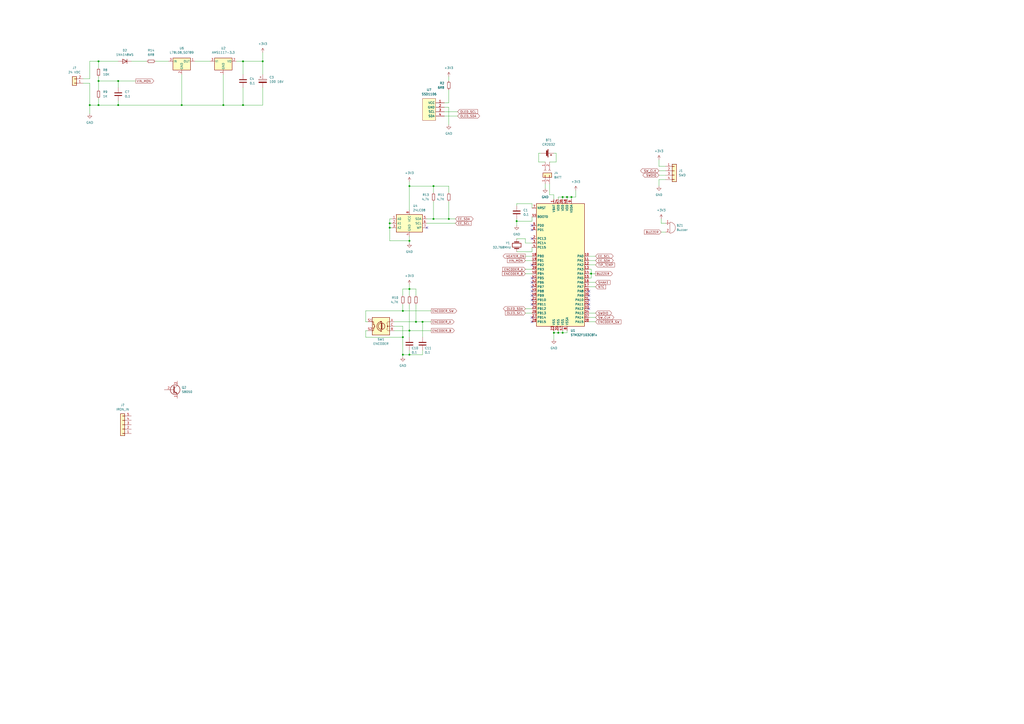
<source format=kicad_sch>
(kicad_sch (version 20211123) (generator eeschema)
  (paper "A2")
  (lib_symbols
    (symbol "Connector:Conn_01x02_Female" (pin_names (offset 1.016) hide)
      (property "Reference" "J" (at 0 2.54 0))
      (property "Value" "Conn_01x02_Female" (at 0 -5.08 0))
      (symbol "Conn_01x02_Female_1_1"
        (arc (start 0 -2.032) (mid -0.508 -2.54) (end 0 -3.048) (stroke (width 0.1524)))
        (polyline (pts (xy -1.27 -2.54) (xy -0.508 -2.54)) (stroke (width 0.1524)))
        (polyline (pts (xy -1.27 0) (xy -0.508 0)) (stroke (width 0.1524)))
        (arc (start 0 0.508) (mid -0.508 0) (end 0 -0.508) (stroke (width 0.1524)))
        (pin passive line (at -5.08 0 0) (length 3.81) (name "Pin_1") (number "1"))
        (pin passive line (at -5.08 -2.54 0) (length 3.81) (name "Pin_2") (number "2"))
      )
    )
    (symbol "Connector_Generic:Conn_01x02" (pin_names (offset 1.016) hide)
      (property "Reference" "J" (at 0 2.54 0))
      (property "Value" "Conn_01x02" (at 0 -5.08 0))
      (symbol "Conn_01x02_1_1"
        (rectangle (start -1.27 -2.413) (end 0 -2.667) (stroke (width 0.1524)))
        (rectangle (start -1.27 0.127) (end 0 -0.127) (stroke (width 0.1524)))
        (rectangle (start -1.27 1.27) (end 1.27 -3.81) (stroke (width 0.254)) (fill (type background)))
        (pin passive line (at -5.08 0 0) (length 3.81) (name "Pin_1") (number "1"))
        (pin passive line (at -5.08 -2.54 0) (length 3.81) (name "Pin_2") (number "2"))
      )
    )
    (symbol "Connector_Generic:Conn_01x04" (pin_names (offset 1.016) hide)
      (property "Reference" "J" (at 0 5.08 0))
      (property "Value" "Conn_01x04" (at 0 -7.62 0))
      (symbol "Conn_01x04_1_1"
        (rectangle (start -1.27 -4.953) (end 0 -5.207) (stroke (width 0.1524)))
        (rectangle (start -1.27 -2.413) (end 0 -2.667) (stroke (width 0.1524)))
        (rectangle (start -1.27 0.127) (end 0 -0.127) (stroke (width 0.1524)))
        (rectangle (start -1.27 2.667) (end 0 2.413) (stroke (width 0.1524)))
        (rectangle (start -1.27 3.81) (end 1.27 -6.35) (stroke (width 0.254)) (fill (type background)))
        (pin passive line (at -5.08 2.54 0) (length 3.81) (name "Pin_1") (number "1"))
        (pin passive line (at -5.08 0 0) (length 3.81) (name "Pin_2") (number "2"))
        (pin passive line (at -5.08 -2.54 0) (length 3.81) (name "Pin_3") (number "3"))
        (pin passive line (at -5.08 -5.08 0) (length 3.81) (name "Pin_4") (number "4"))
      )
    )
    (symbol "Connector_Generic:Conn_01x05" (pin_names (offset 1.016) hide)
      (property "Reference" "J" (at 0 7.62 0))
      (property "Value" "Conn_01x05" (at 0 -7.62 0))
      (symbol "Conn_01x05_1_1"
        (rectangle (start -1.27 -4.953) (end 0 -5.207) (stroke (width 0.1524)))
        (rectangle (start -1.27 -2.413) (end 0 -2.667) (stroke (width 0.1524)))
        (rectangle (start -1.27 0.127) (end 0 -0.127) (stroke (width 0.1524)))
        (rectangle (start -1.27 2.667) (end 0 2.413) (stroke (width 0.1524)))
        (rectangle (start -1.27 5.207) (end 0 4.953) (stroke (width 0.1524)))
        (rectangle (start -1.27 6.35) (end 1.27 -6.35) (stroke (width 0.254)) (fill (type background)))
        (pin passive line (at -5.08 5.08 0) (length 3.81) (name "Pin_1") (number "1"))
        (pin passive line (at -5.08 2.54 0) (length 3.81) (name "Pin_2") (number "2"))
        (pin passive line (at -5.08 0 0) (length 3.81) (name "Pin_3") (number "3"))
        (pin passive line (at -5.08 -2.54 0) (length 3.81) (name "Pin_4") (number "4"))
        (pin passive line (at -5.08 -5.08 0) (length 3.81) (name "Pin_5") (number "5"))
      )
    )
    (symbol "Device:Battery_Cell" (pin_numbers hide) (pin_names (offset 0) hide)
      (property "Reference" "BT" (at 2.54 2.54 0))
      (property "Value" "Battery_Cell" (at 2.54 0 0))
      (symbol "Battery_Cell_0_1"
        (rectangle (start -2.286 1.778) (end 2.286 1.524) (fill (type outline)))
        (rectangle (start -1.5748 1.1938) (end 1.4732 0.6858) (fill (type outline)))
        (polyline (pts (xy 0 0.762) (xy 0 0)))
        (polyline (pts (xy 0 1.778) (xy 0 2.54)))
        (polyline (pts (xy 0.508 3.429) (xy 1.524 3.429)) (stroke (width 0.254)))
        (polyline (pts (xy 1.016 3.937) (xy 1.016 2.921)) (stroke (width 0.254)))
      )
      (symbol "Battery_Cell_1_1"
        (pin passive line (at 0 5.08 270) (length 2.54) (name "+") (number "1"))
        (pin passive line (at 0 -2.54 90) (length 2.54) (name "-") (number "2"))
      )
    )
    (symbol "Device:Buzzer" (pin_names (offset 0.0254) hide)
      (property "Reference" "BZ" (at 3.81 1.27 0))
      (property "Value" "Buzzer" (at 3.81 -1.27 0))
      (symbol "Buzzer_0_1"
        (arc (start 0 -3.175) (mid 3.175 0) (end 0 3.175))
        (polyline (pts (xy -1.651 1.905) (xy -1.143 1.905)))
        (polyline (pts (xy -1.397 2.159) (xy -1.397 1.651)))
        (polyline (pts (xy 0 3.175) (xy 0 -3.175)))
      )
      (symbol "Buzzer_1_1"
        (pin passive line (at -2.54 2.54 0) (length 2.54) (name "-") (number "1"))
        (pin passive line (at -2.54 -2.54 0) (length 2.54) (name "+") (number "2"))
      )
    )
    (symbol "Device:C" (pin_numbers hide) (pin_names (offset 0.254))
      (property "Reference" "C" (at 0.635 2.54 0))
      (property "Value" "C" (at 0.635 -2.54 0))
      (symbol "C_0_1"
        (polyline (pts (xy -2.032 -0.762) (xy 2.032 -0.762)) (stroke (width 0.508)))
        (polyline (pts (xy -2.032 0.762) (xy 2.032 0.762)) (stroke (width 0.508)))
      )
      (symbol "C_1_1"
        (pin passive line (at 0 3.81 270) (length 2.794) (name "~") (number "1"))
        (pin passive line (at 0 -3.81 90) (length 2.794) (name "~") (number "2"))
      )
    )
    (symbol "Device:C_Polarized" (pin_numbers hide) (pin_names (offset 0.254))
      (property "Reference" "C" (at 0.635 2.54 0))
      (property "Value" "C_Polarized" (at 0.635 -2.54 0))
      (symbol "C_Polarized_0_1"
        (rectangle (start -2.286 0.508) (end 2.286 1.016))
        (polyline (pts (xy -1.778 2.286) (xy -0.762 2.286)))
        (polyline (pts (xy -1.27 2.794) (xy -1.27 1.778)))
        (rectangle (start 2.286 -0.508) (end -2.286 -1.016) (fill (type outline)))
      )
      (symbol "C_Polarized_1_1"
        (pin passive line (at 0 3.81 270) (length 2.794) (name "~") (number "1"))
        (pin passive line (at 0 -3.81 90) (length 2.794) (name "~") (number "2"))
      )
    )
    (symbol "Device:Crystal" (pin_numbers hide) (pin_names (offset 1.016) hide)
      (property "Reference" "Y" (at 0 3.81 0))
      (property "Value" "Crystal" (at 0 -3.81 0))
      (symbol "Crystal_0_1"
        (rectangle (start -1.143 2.54) (end 1.143 -2.54) (stroke (width 0.3048)))
        (polyline (pts (xy -2.54 0) (xy -1.905 0)))
        (polyline (pts (xy -1.905 -1.27) (xy -1.905 1.27)) (stroke (width 0.508)))
        (polyline (pts (xy 1.905 -1.27) (xy 1.905 1.27)) (stroke (width 0.508)))
        (polyline (pts (xy 2.54 0) (xy 1.905 0)))
      )
      (symbol "Crystal_1_1"
        (pin passive line (at -3.81 0 0) (length 1.27) (name "1") (number "1"))
        (pin passive line (at 3.81 0 180) (length 1.27) (name "2") (number "2"))
      )
    )
    (symbol "Device:R_Small" (pin_numbers hide) (pin_names (offset 0.254) hide)
      (property "Reference" "R" (at 0.762 0.508 0))
      (property "Value" "R_Small" (at 0.762 -1.016 0))
      (symbol "R_Small_0_1"
        (rectangle (start -0.762 1.778) (end 0.762 -1.778) (stroke (width 0.2032)))
      )
      (symbol "R_Small_1_1"
        (pin passive line (at 0 2.54 270) (length 0.762) (name "~") (number "1"))
        (pin passive line (at 0 -2.54 90) (length 0.762) (name "~") (number "2"))
      )
    )
    (symbol "Device:RotaryEncoder_Switch" (pin_names (offset 0.254) hide)
      (property "Reference" "SW" (at 0 6.604 0))
      (property "Value" "RotaryEncoder_Switch" (at 0 -6.604 0))
      (symbol "RotaryEncoder_Switch_0_1"
        (rectangle (start -5.08 5.08) (end 5.08 -5.08) (stroke (width 0.254)) (fill (type background)))
        (circle (center -3.81 0) (radius 0.254) (fill (type outline)))
        (arc (start -0.381 -2.794) (mid 2.3622 -0.0635) (end -0.381 2.667) (stroke (width 0.254)))
        (circle (center -0.381 0) (radius 1.905) (stroke (width 0.254)))
        (polyline (pts (xy -0.635 -1.778) (xy -0.635 1.778)) (stroke (width 0.254)))
        (polyline (pts (xy -0.381 -1.778) (xy -0.381 1.778)) (stroke (width 0.254)))
        (polyline (pts (xy -0.127 1.778) (xy -0.127 -1.778)) (stroke (width 0.254)))
        (polyline (pts (xy 3.81 0) (xy 3.429 0)) (stroke (width 0.254)))
        (polyline (pts (xy 3.81 1.016) (xy 3.81 -1.016)) (stroke (width 0.254)))
        (polyline (pts (xy -5.08 -2.54) (xy -3.81 -2.54) (xy -3.81 -2.032)))
        (polyline (pts (xy -5.08 2.54) (xy -3.81 2.54) (xy -3.81 2.032)))
        (polyline (pts (xy 0.254 -3.048) (xy -0.508 -2.794) (xy 0.127 -2.413)) (stroke (width 0.254)))
        (polyline (pts (xy 0.254 2.921) (xy -0.508 2.667) (xy 0.127 2.286)) (stroke (width 0.254)))
        (polyline (pts (xy 5.08 -2.54) (xy 4.318 -2.54) (xy 4.318 -1.016)) (stroke (width 0.254)))
        (polyline (pts (xy 5.08 2.54) (xy 4.318 2.54) (xy 4.318 1.016)) (stroke (width 0.254)))
        (polyline (pts (xy -5.08 0) (xy -3.81 0) (xy -3.81 -1.016) (xy -3.302 -2.032)))
        (polyline (pts (xy -4.318 0) (xy -3.81 0) (xy -3.81 1.016) (xy -3.302 2.032)))
        (circle (center 4.318 -1.016) (radius 0.127) (stroke (width 0.254)))
        (circle (center 4.318 1.016) (radius 0.127) (stroke (width 0.254)))
      )
      (symbol "RotaryEncoder_Switch_1_1"
        (pin passive line (at -7.62 2.54 0) (length 2.54) (name "A") (number "A"))
        (pin passive line (at -7.62 -2.54 0) (length 2.54) (name "B") (number "B"))
        (pin passive line (at -7.62 0 0) (length 2.54) (name "C") (number "C"))
        (pin passive line (at 7.62 2.54 180) (length 2.54) (name "S1") (number "S1"))
        (pin passive line (at 7.62 -2.54 180) (length 2.54) (name "S2") (number "S2"))
      )
    )
    (symbol "Diode:1N4148WS" (pin_numbers hide) (pin_names (offset 1.016) hide)
      (property "Reference" "D" (at 0 2.54 0))
      (property "Value" "1N4148WS" (at 0 -2.54 0))
      (symbol "1N4148WS_0_1"
        (polyline (pts (xy -1.27 1.27) (xy -1.27 -1.27)) (stroke (width 0.254)))
        (polyline (pts (xy 1.27 0) (xy -1.27 0)))
        (polyline (pts (xy 1.27 1.27) (xy 1.27 -1.27) (xy -1.27 0) (xy 1.27 1.27)) (stroke (width 0.254)))
      )
      (symbol "1N4148WS_1_1"
        (pin passive line (at -3.81 0 0) (length 2.54) (name "K") (number "1"))
        (pin passive line (at 3.81 0 180) (length 2.54) (name "A") (number "2"))
      )
    )
    (symbol "KSGER Controller Parts:SSD1106"
      (property "Reference" "U" (at 3.81 1.27 0))
      (property "Value" "SSD1106" (at 1.27 -6.35 90))
      (symbol "SSD1106_0_1"
        (rectangle (start 0 0) (end 7.62 -12.7) (fill (type background)))
      )
      (symbol "SSD1106_1_1"
        (pin power_in line (at 12.7 -2.54 180) (length 5.08) (name "VCC") (number "1"))
        (pin power_in line (at 12.7 -5.08 180) (length 5.08) (name "GND") (number "2"))
        (pin output line (at 12.7 -7.62 180) (length 5.08) (name "SCL") (number "3"))
        (pin input line (at 12.7 -10.16 180) (length 5.08) (name "SDA") (number "4"))
      )
    )
    (symbol "MCU_ST_STM32F1:STM32F103C8Tx"
      (property "Reference" "U" (at -15.24 36.83 0))
      (property "Value" "STM32F103C8Tx" (at 7.62 36.83 0))
      (symbol "STM32F103C8Tx_0_1"
        (rectangle (start -15.24 -35.56) (end 12.7 35.56) (stroke (width 0.254)) (fill (type background)))
      )
      (symbol "STM32F103C8Tx_1_1"
        (pin power_in line (at -5.08 38.1 270) (length 2.54) (name "VBAT") (number "1"))
        (pin bidirectional line (at 15.24 5.08 180) (length 2.54) (name "PA0") (number "10"))
        (pin bidirectional line (at 15.24 2.54 180) (length 2.54) (name "PA1") (number "11"))
        (pin bidirectional line (at 15.24 0 180) (length 2.54) (name "PA2") (number "12"))
        (pin bidirectional line (at 15.24 -2.54 180) (length 2.54) (name "PA3") (number "13"))
        (pin bidirectional line (at 15.24 -5.08 180) (length 2.54) (name "PA4") (number "14"))
        (pin bidirectional line (at 15.24 -7.62 180) (length 2.54) (name "PA5") (number "15"))
        (pin bidirectional line (at 15.24 -10.16 180) (length 2.54) (name "PA6") (number "16"))
        (pin bidirectional line (at 15.24 -12.7 180) (length 2.54) (name "PA7") (number "17"))
        (pin bidirectional line (at -17.78 5.08 0) (length 2.54) (name "PB0") (number "18"))
        (pin bidirectional line (at -17.78 2.54 0) (length 2.54) (name "PB1") (number "19"))
        (pin bidirectional line (at -17.78 15.24 0) (length 2.54) (name "PC13") (number "2"))
        (pin bidirectional line (at -17.78 0 0) (length 2.54) (name "PB2") (number "20"))
        (pin bidirectional line (at -17.78 -20.32 0) (length 2.54) (name "PB10") (number "21"))
        (pin bidirectional line (at -17.78 -22.86 0) (length 2.54) (name "PB11") (number "22"))
        (pin power_in line (at -5.08 -38.1 90) (length 2.54) (name "VSS") (number "23"))
        (pin power_in line (at -2.54 38.1 270) (length 2.54) (name "VDD") (number "24"))
        (pin bidirectional line (at -17.78 -25.4 0) (length 2.54) (name "PB12") (number "25"))
        (pin bidirectional line (at -17.78 -27.94 0) (length 2.54) (name "PB13") (number "26"))
        (pin bidirectional line (at -17.78 -30.48 0) (length 2.54) (name "PB14") (number "27"))
        (pin bidirectional line (at -17.78 -33.02 0) (length 2.54) (name "PB15") (number "28"))
        (pin bidirectional line (at 15.24 -15.24 180) (length 2.54) (name "PA8") (number "29"))
        (pin bidirectional line (at -17.78 12.7 0) (length 2.54) (name "PC14") (number "3"))
        (pin bidirectional line (at 15.24 -17.78 180) (length 2.54) (name "PA9") (number "30"))
        (pin bidirectional line (at 15.24 -20.32 180) (length 2.54) (name "PA10") (number "31"))
        (pin bidirectional line (at 15.24 -22.86 180) (length 2.54) (name "PA11") (number "32"))
        (pin bidirectional line (at 15.24 -25.4 180) (length 2.54) (name "PA12") (number "33"))
        (pin bidirectional line (at 15.24 -27.94 180) (length 2.54) (name "PA13") (number "34"))
        (pin power_in line (at -2.54 -38.1 90) (length 2.54) (name "VSS") (number "35"))
        (pin power_in line (at 0 38.1 270) (length 2.54) (name "VDD") (number "36"))
        (pin bidirectional line (at 15.24 -30.48 180) (length 2.54) (name "PA14") (number "37"))
        (pin bidirectional line (at 15.24 -33.02 180) (length 2.54) (name "PA15") (number "38"))
        (pin bidirectional line (at -17.78 -2.54 0) (length 2.54) (name "PB3") (number "39"))
        (pin bidirectional line (at -17.78 10.16 0) (length 2.54) (name "PC15") (number "4"))
        (pin bidirectional line (at -17.78 -5.08 0) (length 2.54) (name "PB4") (number "40"))
        (pin bidirectional line (at -17.78 -7.62 0) (length 2.54) (name "PB5") (number "41"))
        (pin bidirectional line (at -17.78 -10.16 0) (length 2.54) (name "PB6") (number "42"))
        (pin bidirectional line (at -17.78 -12.7 0) (length 2.54) (name "PB7") (number "43"))
        (pin input line (at -17.78 27.94 0) (length 2.54) (name "BOOT0") (number "44"))
        (pin bidirectional line (at -17.78 -15.24 0) (length 2.54) (name "PB8") (number "45"))
        (pin bidirectional line (at -17.78 -17.78 0) (length 2.54) (name "PB9") (number "46"))
        (pin power_in line (at 0 -38.1 90) (length 2.54) (name "VSS") (number "47"))
        (pin power_in line (at 2.54 38.1 270) (length 2.54) (name "VDD") (number "48"))
        (pin input line (at -17.78 22.86 0) (length 2.54) (name "PD0") (number "5"))
        (pin input line (at -17.78 20.32 0) (length 2.54) (name "PD1") (number "6"))
        (pin input line (at -17.78 33.02 0) (length 2.54) (name "NRST") (number "7"))
        (pin power_in line (at 2.54 -38.1 90) (length 2.54) (name "VSSA") (number "8"))
        (pin power_in line (at 5.08 38.1 270) (length 2.54) (name "VDDA") (number "9"))
      )
    )
    (symbol "Memory_EEPROM:24LC08"
      (property "Reference" "U" (at -6.35 6.35 0))
      (property "Value" "24LC08" (at 1.27 6.35 0))
      (symbol "24LC08_1_1"
        (rectangle (start -7.62 5.08) (end 7.62 -5.08) (stroke (width 0.254)) (fill (type background)))
        (pin input line (at -10.16 2.54 0) (length 2.54) (name "A0") (number "1"))
        (pin input line (at -10.16 0 0) (length 2.54) (name "A1") (number "2"))
        (pin input line (at -10.16 -2.54 0) (length 2.54) (name "A2") (number "3"))
        (pin power_in line (at 0 -7.62 90) (length 2.54) (name "GND") (number "4"))
        (pin bidirectional line (at 10.16 2.54 180) (length 2.54) (name "SDA") (number "5"))
        (pin input line (at 10.16 0 180) (length 2.54) (name "SCL") (number "6"))
        (pin input line (at 10.16 -2.54 180) (length 2.54) (name "WP") (number "7"))
        (pin power_in line (at 0 7.62 270) (length 2.54) (name "VCC") (number "8"))
      )
    )
    (symbol "Regulator_Linear:AMS1117-3.3" (pin_names (offset 0.254))
      (property "Reference" "U" (at -3.81 3.175 0))
      (property "Value" "AMS1117-3.3" (at 0 3.175 0))
      (symbol "AMS1117-3.3_0_1"
        (rectangle (start -5.08 -5.08) (end 5.08 1.905) (stroke (width 0.254)) (fill (type background)))
      )
      (symbol "AMS1117-3.3_1_1"
        (pin power_in line (at 0 -7.62 90) (length 2.54) (name "GND") (number "1"))
        (pin power_out line (at 7.62 0 180) (length 2.54) (name "VO") (number "2"))
        (pin power_in line (at -7.62 0 0) (length 2.54) (name "VI") (number "3"))
      )
    )
    (symbol "Regulator_Linear:L78L08_SOT89" (pin_names (offset 0.254))
      (property "Reference" "U" (at -3.81 3.175 0))
      (property "Value" "L78L08_SOT89" (at -0.635 3.175 0))
      (symbol "L78L08_SOT89_0_1"
        (rectangle (start -5.08 1.905) (end 5.08 -5.08) (stroke (width 0.254)) (fill (type background)))
      )
      (symbol "L78L08_SOT89_1_1"
        (pin power_out line (at 7.62 0 180) (length 2.54) (name "OUT") (number "1"))
        (pin power_in line (at 0 -7.62 90) (length 2.54) (name "GND") (number "2"))
        (pin power_in line (at -7.62 0 0) (length 2.54) (name "IN") (number "3"))
      )
    )
    (symbol "Transistor_BJT:S8050" (pin_names (offset 0) hide)
      (property "Reference" "Q" (at 5.08 1.905 0))
      (property "Value" "S8050" (at 5.08 0 0))
      (symbol "S8050_0_1"
        (polyline (pts (xy 0 0) (xy 0.635 0)))
        (polyline (pts (xy 0.635 0.635) (xy 2.54 2.54)))
        (polyline (pts (xy 0.635 -0.635) (xy 2.54 -2.54) (xy 2.54 -2.54)))
        (polyline (pts (xy 0.635 1.905) (xy 0.635 -1.905) (xy 0.635 -1.905)) (stroke (width 0.508)))
        (polyline (pts (xy 1.27 -1.778) (xy 1.778 -1.27) (xy 2.286 -2.286) (xy 1.27 -1.778) (xy 1.27 -1.778)) (fill (type outline)))
        (circle (center 1.27 0) (radius 2.8194) (stroke (width 0.254)))
      )
      (symbol "S8050_1_1"
        (pin passive line (at 2.54 -5.08 90) (length 2.54) (name "E") (number "1"))
        (pin input line (at -5.08 0 0) (length 5.08) (name "B") (number "2"))
        (pin passive line (at 2.54 5.08 270) (length 2.54) (name "C") (number "3"))
      )
    )
    (symbol "power:+3.3V" (power) (pin_names (offset 0))
      (property "Value" "+3.3V" (at 0 3.556 0))
      (symbol "+3.3V_0_1"
        (polyline (pts (xy -0.762 1.27) (xy 0 2.54)))
        (polyline (pts (xy 0 0) (xy 0 2.54)))
        (polyline (pts (xy 0 2.54) (xy 0.762 1.27)))
      )
      (symbol "+3.3V_1_1"
        (pin power_in line (at 0 0 90) (length 0) hide (name "+3V3") (number "1"))
      )
    )
    (symbol "power:GND" (power) (pin_names (offset 0))
      (property "Value" "GND" (at 0 -3.81 0))
      (symbol "GND_0_1"
        (polyline (pts (xy 0 0) (xy 0 -1.27) (xy 1.27 -1.27) (xy 0 -2.54) (xy -1.27 -1.27) (xy 0 -1.27)))
      )
      (symbol "GND_1_1"
        (pin power_in line (at 0 0 270) (length 0) hide (name "GND") (number "1"))
      )
    )
  )
  (junction (at 326.39 114.3))
  (junction (at 57.15 35.56))
  (junction (at 328.93 114.3))
  (junction (at 237.49 191.77))
  (junction (at 241.3 186.69))
  (junction (at 68.58 46.99))
  (junction (at 233.68 205.74))
  (junction (at 226.06 132.08))
  (junction (at 299.72 128.27))
  (junction (at 260.35 127))
  (junction (at 237.49 139.7))
  (junction (at 237.49 205.74))
  (junction (at 245.11 186.69))
  (junction (at 152.4 35.56))
  (junction (at 57.15 46.99))
  (junction (at 233.68 180.34))
  (junction (at 105.41 60.96))
  (junction (at 140.97 35.56))
  (junction (at 326.39 193.04))
  (junction (at 251.46 127))
  (junction (at 321.31 193.04))
  (junction (at 52.07 60.96))
  (junction (at 323.85 193.04))
  (junction (at 331.47 114.3))
  (junction (at 342.9 158.75))
  (junction (at 233.68 195.58))
  (junction (at 237.49 167.64))
  (junction (at 251.46 107.95))
  (junction (at 57.15 60.96))
  (junction (at 129.54 60.96))
  (junction (at 68.58 60.96))
  (junction (at 226.06 129.54))
  (junction (at 140.97 60.96))
  (junction (at 237.49 107.95))
  (no_connect (at 308.61 133.35))
  (no_connect (at 308.61 130.81))
  (no_connect (at 308.61 138.43))
  (no_connect (at 247.65 132.08))
  (no_connect (at 308.61 184.15))
  (no_connect (at 308.61 186.69))
  (no_connect (at 341.63 168.91))
  (no_connect (at 341.63 179.07))
  (no_connect (at 341.63 176.53))
  (no_connect (at 341.63 171.45))
  (no_connect (at 341.63 173.99))
  (no_connect (at 308.61 176.53))
  (no_connect (at 308.61 171.45))
  (no_connect (at 308.61 166.37))
  (no_connect (at 308.61 163.83))
  (no_connect (at 308.61 168.91))
  (no_connect (at 308.61 173.99))
  (no_connect (at 308.61 161.29))
  (no_connect (at 308.61 153.67))
  (wire (pts (xy 140.97 60.96) (xy 152.4 60.96)))
  (wire (pts (xy 326.39 193.04) (xy 323.85 193.04)))
  (wire (pts (xy 237.49 191.77) (xy 237.49 195.58)))
  (wire (pts (xy 304.8 181.61) (xy 308.61 181.61)))
  (wire (pts (xy 245.11 205.74) (xy 245.11 203.2)))
  (wire (pts (xy 260.35 127) (xy 264.16 127)))
  (wire (pts (xy 233.68 205.74) (xy 233.68 207.01)))
  (wire (pts (xy 322.58 93.98) (xy 318.77 93.98)))
  (wire (pts (xy 322.58 88.9) (xy 322.58 93.98)))
  (wire (pts (xy 304.8 138.43) (xy 299.72 138.43)))
  (wire (pts (xy 226.06 132.08) (xy 226.06 139.7)))
  (wire (pts (xy 308.61 118.11) (xy 308.61 120.65)))
  (wire (pts (xy 237.49 137.16) (xy 237.49 139.7)))
  (wire (pts (xy 299.72 128.27) (xy 299.72 130.81)))
  (wire (pts (xy 237.49 176.53) (xy 237.49 191.77)))
  (wire (pts (xy 68.58 60.96) (xy 105.41 60.96)))
  (wire (pts (xy 304.8 148.59) (xy 308.61 148.59)))
  (wire (pts (xy 68.58 46.99) (xy 57.15 46.99)))
  (wire (pts (xy 345.44 181.61) (xy 341.63 181.61)))
  (wire (pts (xy 304.8 151.13) (xy 308.61 151.13)))
  (wire (pts (xy 304.8 140.97) (xy 304.8 138.43)))
  (wire (pts (xy 308.61 140.97) (xy 304.8 140.97)))
  (wire (pts (xy 299.72 128.27) (xy 299.72 127)))
  (wire (pts (xy 57.15 35.56) (xy 68.58 35.56)))
  (wire (pts (xy 237.49 107.95) (xy 237.49 121.92)))
  (wire (pts (xy 313.69 88.9) (xy 312.42 88.9)))
  (wire (pts (xy 328.93 193.04) (xy 326.39 193.04)))
  (wire (pts (xy 251.46 116.84) (xy 251.46 127)))
  (wire (pts (xy 328.93 191.77) (xy 328.93 193.04)))
  (wire (pts (xy 323.85 115.57) (xy 323.85 114.3)))
  (wire (pts (xy 233.68 167.64) (xy 233.68 171.45)))
  (wire (pts (xy 245.11 195.58) (xy 245.11 186.69)))
  (wire (pts (xy 345.44 148.59) (xy 341.63 148.59)))
  (wire (pts (xy 299.72 118.11) (xy 308.61 118.11)))
  (wire (pts (xy 331.47 114.3) (xy 331.47 115.57)))
  (wire (pts (xy 247.65 129.54) (xy 264.16 129.54)))
  (wire (pts (xy 251.46 107.95) (xy 237.49 107.95)))
  (wire (pts (xy 312.42 88.9) (xy 312.42 93.98)))
  (wire (pts (xy 321.31 193.04) (xy 321.31 196.85)))
  (wire (pts (xy 227.33 127) (xy 226.06 127)))
  (wire (pts (xy 241.3 176.53) (xy 241.3 186.69)))
  (wire (pts (xy 233.68 167.64) (xy 237.49 167.64)))
  (wire (pts (xy 342.9 156.21) (xy 342.9 158.75)))
  (wire (pts (xy 212.09 191.77) (xy 212.09 195.58)))
  (wire (pts (xy 57.15 57.15) (xy 57.15 60.96)))
  (wire (pts (xy 334.01 114.3) (xy 334.01 110.49)))
  (wire (pts (xy 105.41 43.18) (xy 105.41 60.96)))
  (wire (pts (xy 226.06 129.54) (xy 227.33 129.54)))
  (wire (pts (xy 129.54 43.18) (xy 129.54 60.96)))
  (wire (pts (xy 318.77 113.03) (xy 321.31 113.03)))
  (wire (pts (xy 233.68 189.23) (xy 233.68 195.58)))
  (wire (pts (xy 228.6 189.23) (xy 233.68 189.23)))
  (wire (pts (xy 308.61 143.51) (xy 308.61 146.05)))
  (wire (pts (xy 226.06 129.54) (xy 226.06 132.08)))
  (wire (pts (xy 386.08 96.52) (xy 382.27 96.52)))
  (wire (pts (xy 52.07 35.56) (xy 57.15 35.56)))
  (wire (pts (xy 76.2 35.56) (xy 85.09 35.56)))
  (wire (pts (xy 321.31 88.9) (xy 322.58 88.9)))
  (wire (pts (xy 260.35 62.23) (xy 260.35 72.39)))
  (wire (pts (xy 323.85 193.04) (xy 321.31 193.04)))
  (wire (pts (xy 260.35 59.69) (xy 257.81 59.69)))
  (wire (pts (xy 90.17 35.56) (xy 97.79 35.56)))
  (wire (pts (xy 237.49 167.64) (xy 237.49 171.45)))
  (wire (pts (xy 318.77 106.68) (xy 318.77 113.03)))
  (wire (pts (xy 251.46 127) (xy 260.35 127)))
  (wire (pts (xy 105.41 60.96) (xy 129.54 60.96)))
  (wire (pts (xy 326.39 114.3) (xy 328.93 114.3)))
  (wire (pts (xy 265.43 64.77) (xy 257.81 64.77)))
  (wire (pts (xy 152.4 50.8) (xy 152.4 60.96)))
  (wire (pts (xy 213.36 191.77) (xy 212.09 191.77)))
  (wire (pts (xy 323.85 191.77) (xy 323.85 193.04)))
  (wire (pts (xy 323.85 114.3) (xy 326.39 114.3)))
  (wire (pts (xy 213.36 186.69) (xy 212.09 186.69)))
  (wire (pts (xy 137.16 35.56) (xy 140.97 35.56)))
  (wire (pts (xy 308.61 128.27) (xy 299.72 128.27)))
  (wire (pts (xy 299.72 119.38) (xy 299.72 118.11)))
  (wire (pts (xy 345.44 163.83) (xy 341.63 163.83)))
  (wire (pts (xy 237.49 165.1) (xy 237.49 167.64)))
  (wire (pts (xy 342.9 158.75) (xy 342.9 161.29)))
  (wire (pts (xy 345.44 166.37) (xy 341.63 166.37)))
  (wire (pts (xy 345.44 153.67) (xy 341.63 153.67)))
  (wire (pts (xy 328.93 114.3) (xy 331.47 114.3)))
  (wire (pts (xy 247.65 127) (xy 251.46 127)))
  (wire (pts (xy 341.63 158.75) (xy 342.9 158.75)))
  (wire (pts (xy 342.9 158.75) (xy 345.44 158.75)))
  (wire (pts (xy 237.49 105.41) (xy 237.49 107.95)))
  (wire (pts (xy 304.8 179.07) (xy 308.61 179.07)))
  (wire (pts (xy 140.97 50.8) (xy 140.97 60.96)))
  (wire (pts (xy 228.6 191.77) (xy 237.49 191.77)))
  (wire (pts (xy 386.08 129.54) (xy 383.54 129.54)))
  (wire (pts (xy 304.8 158.75) (xy 308.61 158.75)))
  (wire (pts (xy 68.58 60.96) (xy 57.15 60.96)))
  (wire (pts (xy 382.27 104.14) (xy 382.27 107.95)))
  (wire (pts (xy 241.3 167.64) (xy 241.3 171.45)))
  (wire (pts (xy 308.61 125.73) (xy 308.61 128.27)))
  (wire (pts (xy 260.35 116.84) (xy 260.35 127)))
  (wire (pts (xy 212.09 195.58) (xy 233.68 195.58)))
  (wire (pts (xy 265.43 67.31) (xy 257.81 67.31)))
  (wire (pts (xy 326.39 114.3) (xy 326.39 115.57)))
  (wire (pts (xy 321.31 193.04) (xy 321.31 191.77)))
  (wire (pts (xy 226.06 139.7) (xy 237.49 139.7)))
  (wire (pts (xy 328.93 114.3) (xy 328.93 115.57)))
  (wire (pts (xy 341.63 156.21) (xy 342.9 156.21)))
  (wire (pts (xy 345.44 151.13) (xy 341.63 151.13)))
  (wire (pts (xy 316.23 106.68) (xy 316.23 109.22)))
  (wire (pts (xy 260.35 107.95) (xy 251.46 107.95)))
  (wire (pts (xy 260.35 107.95) (xy 260.35 111.76)))
  (wire (pts (xy 52.07 48.26) (xy 48.26 48.26)))
  (wire (pts (xy 226.06 132.08) (xy 227.33 132.08)))
  (wire (pts (xy 113.03 35.56) (xy 121.92 35.56)))
  (wire (pts (xy 345.44 186.69) (xy 341.63 186.69)))
  (wire (pts (xy 57.15 46.99) (xy 57.15 52.07)))
  (wire (pts (xy 52.07 60.96) (xy 52.07 48.26)))
  (wire (pts (xy 228.6 186.69) (xy 241.3 186.69)))
  (wire (pts (xy 251.46 107.95) (xy 251.46 111.76)))
  (wire (pts (xy 212.09 180.34) (xy 233.68 180.34)))
  (wire (pts (xy 237.49 167.64) (xy 241.3 167.64)))
  (wire (pts (xy 312.42 93.98) (xy 316.23 93.98)))
  (wire (pts (xy 237.49 191.77) (xy 250.19 191.77)))
  (wire (pts (xy 308.61 146.05) (xy 299.72 146.05)))
  (wire (pts (xy 68.58 46.99) (xy 78.74 46.99)))
  (wire (pts (xy 245.11 186.69) (xy 250.19 186.69)))
  (wire (pts (xy 241.3 186.69) (xy 245.11 186.69)))
  (wire (pts (xy 152.4 30.48) (xy 152.4 35.56)))
  (wire (pts (xy 233.68 180.34) (xy 250.19 180.34)))
  (wire (pts (xy 237.49 203.2) (xy 237.49 205.74)))
  (wire (pts (xy 382.27 96.52) (xy 382.27 92.71)))
  (wire (pts (xy 382.27 99.06) (xy 386.08 99.06)))
  (wire (pts (xy 331.47 114.3) (xy 334.01 114.3)))
  (wire (pts (xy 57.15 35.56) (xy 57.15 39.37)))
  (wire (pts (xy 129.54 60.96) (xy 140.97 60.96)))
  (wire (pts (xy 52.07 60.96) (xy 52.07 66.04)))
  (wire (pts (xy 260.35 44.45) (xy 260.35 46.99)))
  (wire (pts (xy 304.8 156.21) (xy 308.61 156.21)))
  (wire (pts (xy 68.58 46.99) (xy 68.58 50.8)))
  (wire (pts (xy 342.9 161.29) (xy 341.63 161.29)))
  (wire (pts (xy 52.07 45.72) (xy 52.07 35.56)))
  (wire (pts (xy 57.15 44.45) (xy 57.15 46.99)))
  (wire (pts (xy 382.27 101.6) (xy 386.08 101.6)))
  (wire (pts (xy 140.97 35.56) (xy 152.4 35.56)))
  (wire (pts (xy 237.49 205.74) (xy 233.68 205.74)))
  (wire (pts (xy 57.15 60.96) (xy 52.07 60.96)))
  (wire (pts (xy 140.97 35.56) (xy 140.97 43.18)))
  (wire (pts (xy 260.35 52.07) (xy 260.35 59.69)))
  (wire (pts (xy 152.4 35.56) (xy 152.4 43.18)))
  (wire (pts (xy 257.81 62.23) (xy 260.35 62.23)))
  (wire (pts (xy 48.26 45.72) (xy 52.07 45.72)))
  (wire (pts (xy 237.49 139.7) (xy 237.49 140.97)))
  (wire (pts (xy 345.44 184.15) (xy 341.63 184.15)))
  (wire (pts (xy 386.08 104.14) (xy 382.27 104.14)))
  (wire (pts (xy 321.31 113.03) (xy 321.31 115.57)))
  (wire (pts (xy 383.54 127) (xy 383.54 129.54)))
  (wire (pts (xy 226.06 127) (xy 226.06 129.54)))
  (wire (pts (xy 233.68 195.58) (xy 233.68 205.74)))
  (wire (pts (xy 326.39 191.77) (xy 326.39 193.04)))
  (wire (pts (xy 68.58 58.42) (xy 68.58 60.96)))
  (wire (pts (xy 383.54 134.62) (xy 386.08 134.62)))
  (wire (pts (xy 212.09 186.69) (xy 212.09 180.34)))
  (wire (pts (xy 233.68 176.53) (xy 233.68 180.34)))
  (wire (pts (xy 237.49 205.74) (xy 245.11 205.74)))
  (global_label "OLED_SDA" (shape bidirectional) (at 265.43 67.31 0) (property "Intersheet References" "${INTERSHEET_REFS}" (effects hide)))
  (global_label "BUZZER" (shape output) (at 345.44 158.75 0) (property "Intersheet References" "${INTERSHEET_REFS}" (effects hide)))
  (global_label "VIN_MON" (shape input) (at 304.8 151.13 180) (property "Intersheet References" "${INTERSHEET_REFS}" (effects hide)))
  (global_label "HEATER_ON" (shape output) (at 304.8 148.59 180) (property "Intersheet References" "${INTERSHEET_REFS}" (effects hide)))
  (global_label "ENCODER_SW" (shape output) (at 250.19 180.34 0) (property "Intersheet References" "${INTERSHEET_REFS}" (effects hide)))
  (global_label "ENCODER_A" (shape output) (at 250.19 186.69 0) (property "Intersheet References" "${INTERSHEET_REFS}" (effects hide)))
  (global_label "BUZZER" (shape input) (at 383.54 134.62 180) (property "Intersheet References" "${INTERSHEET_REFS}" (effects hide)))
  (global_label "SWDIO" (shape bidirectional) (at 345.44 181.61 0) (property "Intersheet References" "${INTERSHEET_REFS}" (effects hide)))
  (global_label "SWDIO" (shape bidirectional) (at 382.27 101.6 180) (property "Intersheet References" "${INTERSHEET_REFS}" (effects hide)))
  (global_label "SW_CLK" (shape bidirectional) (at 382.27 99.06 180) (property "Intersheet References" "${INTERSHEET_REFS}" (effects hide)))
  (global_label "EE_SDA" (shape bidirectional) (at 264.16 127 0) (property "Intersheet References" "${INTERSHEET_REFS}" (effects hide)))
  (global_label "SW_CLK" (shape bidirectional) (at 345.44 184.15 0) (property "Intersheet References" "${INTERSHEET_REFS}" (effects hide)))
  (global_label "VIN_MON" (shape output) (at 78.74 46.99 0) (property "Intersheet References" "${INTERSHEET_REFS}" (effects hide)))
  (global_label "OLED_SCL" (shape input) (at 265.43 64.77 0) (property "Intersheet References" "${INTERSHEET_REFS}" (effects hide)))
  (global_label "NTC" (shape input) (at 345.44 166.37 0) (property "Intersheet References" "${INTERSHEET_REFS}" (effects hide)))
  (global_label "EE_SDA" (shape bidirectional) (at 345.44 151.13 0) (property "Intersheet References" "${INTERSHEET_REFS}" (effects hide)))
  (global_label "EE_SCL" (shape bidirectional) (at 345.44 148.59 0) (property "Intersheet References" "${INTERSHEET_REFS}" (effects hide)))
  (global_label "ENCODER_SW" (shape input) (at 345.44 186.69 0) (property "Intersheet References" "${INTERSHEET_REFS}" (effects hide)))
  (global_label "SHAKE" (shape input) (at 345.44 163.83 0) (property "Intersheet References" "${INTERSHEET_REFS}" (effects hide)))
  (global_label "ENCODER_B" (shape output) (at 250.19 191.77 0) (property "Intersheet References" "${INTERSHEET_REFS}" (effects hide)))
  (global_label "TIP_TEMP" (shape input) (at 345.44 153.67 0) (property "Intersheet References" "${INTERSHEET_REFS}" (effects hide)))
  (global_label "EE_SCL" (shape input) (at 264.16 129.54 0) (property "Intersheet References" "${INTERSHEET_REFS}" (effects hide)))
  (global_label "OLED_SCL" (shape input) (at 304.8 181.61 180) (property "Intersheet References" "${INTERSHEET_REFS}" (effects hide)))
  (global_label "ENCODER_B" (shape input) (at 304.8 158.75 180) (property "Intersheet References" "${INTERSHEET_REFS}" (effects hide)))
  (global_label "OLED_SDA" (shape bidirectional) (at 304.8 179.07 180) (property "Intersheet References" "${INTERSHEET_REFS}" (effects hide)))
  (global_label "ENCODER_A" (shape input) (at 304.8 156.21 180) (property "Intersheet References" "${INTERSHEET_REFS}" (effects hide)))
  (symbol (lib_id "MCU_ST_STM32F1:STM32F103C8Tx") (at 326.39 153.67 0) (unit 1)
    (property "Reference" "U1" (at 330.9494 191.77 0) (effects (justify left)))
    (property "Value" "STM32F103C8Tx" (at 330.9494 194.31 0) (effects (justify left)))
    (property "Footprint" "Package_QFP:LQFP-48_7x7mm_P0.5mm" (effects hide))
    (property "Datasheet" "http://www.st.com/st-web-ui/static/active/en/resource/technical/document/datasheet/CD00161566.pdf" (effects hide))
  )
  (symbol (lib_id "Device:C") (at 68.58 54.61 0) (unit 1)
    (property "Reference" "C7" (at 72.39 53.3399 0) (effects (justify left)))
    (property "Value" "0.1" (at 72.39 55.8799 0) (effects (justify left)))
  )
  (symbol (lib_id "Device:R_Small") (at 57.15 41.91 180) (unit 1)
    (property "Reference" "R8" (at 59.69 40.6399 0) (effects (justify right)))
    (property "Value" "10K" (at 59.69 43.1799 0) (effects (justify right)))
  )
  (symbol (lib_id "Transistor_BJT:S8050") (at 100.33 226.06 0) (unit 1)
    (property "Reference" "Q2" (at 105.41 224.7899 0) (effects (justify left)))
    (property "Value" "S8050" (at 105.41 227.3299 0) (effects (justify left)))
    (property "Footprint" "Package_TO_SOT_THT:TO-92_Inline" (effects hide))
    (property "Datasheet" "http://www.unisonic.com.tw/datasheet/S8050.pdf" (effects hide))
  )
  (symbol (lib_id "Regulator_Linear:L78L08_SOT89") (at 105.41 35.56 0) (unit 1)
    (property "Reference" "U6" (at 105.41 27.94 0))
    (property "Value" "L78L08_SOT89" (at 105.41 30.48 0))
    (property "Footprint" "Package_TO_SOT_SMD:SOT-89-3" (effects hide))
    (property "Datasheet" "http://www.st.com/content/ccc/resource/technical/document/datasheet/15/55/e5/aa/23/5b/43/fd/CD00000446.pdf/files/CD00000446.pdf/jcr:content/translations/en.CD00000446.pdf" (effects hide))
  )
  (symbol (lib_id "Regulator_Linear:AMS1117-3.3") (at 129.54 35.56 0) (unit 1)
    (property "Reference" "U2" (at 129.54 27.94 0))
    (property "Value" "AMS1117-3.3" (at 129.54 30.48 0))
    (property "Footprint" "Package_TO_SOT_SMD:SOT-223-3_TabPin2" (effects hide))
    (property "Datasheet" "http://www.advanced-monolithic.com/pdf/ds1117.pdf" (effects hide))
  )
  (symbol (lib_id "power:+3.3V") (at 382.27 92.71 0) (unit 1)
    (property "Reference" "#PWR?" (effects hide))
    (property "Value" "+3.3V" (at 382.27 87.63 0))
  )
  (symbol (lib_id "Connector:Conn_01x02_Female") (at 316.23 99.06 90) (mirror x) (unit 1)
    (property "Reference" "J6" (effects hide))
    (property "Value" "Conn_01x02_Female" (effects hide))
  )
  (symbol (lib_id "Device:R_Small") (at 241.3 173.99 0) (mirror y) (unit 1)
    (property "Reference" "R10" (effects hide))
    (property "Value" "4.7K" (effects hide))
  )
  (symbol (lib_id "Device:R_Small") (at 260.35 49.53 0) (mirror y) (unit 1)
    (property "Reference" "R2" (at 257.81 48.2599 0) (effects (justify left)))
    (property "Value" "6R8" (at 257.81 50.7999 0) (effects (justify left)))
  )
  (symbol (lib_id "Device:R_Small") (at 237.49 173.99 0) (mirror y) (unit 1)
    (property "Reference" "R10" (effects hide))
    (property "Value" "4.7K" (effects hide))
  )
  (symbol (lib_id "power:GND") (at 299.72 130.81 0) (unit 1)
    (property "Reference" "#PWR?" (effects hide))
    (property "Value" "GND" (at 299.72 135.89 0))
  )
  (symbol (lib_id "Connector_Generic:Conn_01x02") (at 43.18 48.26 180) (unit 1)
    (property "Reference" "J?" (at 43.18 39.37 0))
    (property "Value" "24 VDC" (at 43.18 41.91 0))
  )
  (symbol (lib_id "Connector_Generic:Conn_01x02") (at 316.23 101.6 90) (unit 1)
    (property "Reference" "J4" (at 321.31 100.3299 90) (effects (justify right)))
    (property "Value" "BATT" (at 321.31 102.8699 90) (effects (justify right)))
  )
  (symbol (lib_id "Device:C_Polarized") (at 152.4 46.99 0) (unit 1)
    (property "Reference" "C3" (at 156.21 44.8309 0) (effects (justify left)))
    (property "Value" "100 16V" (at 156.21 47.3709 0) (effects (justify left)))
  )
  (symbol (lib_id "power:GND") (at 382.27 107.95 0) (unit 1)
    (property "Reference" "#PWR?" (effects hide))
    (property "Value" "GND" (at 382.27 113.03 0))
  )
  (symbol (lib_id "power:+3.3V") (at 237.49 105.41 0) (unit 1)
    (property "Reference" "#PWR?" (effects hide))
    (property "Value" "+3.3V" (at 237.49 100.33 0))
  )
  (symbol (lib_id "Device:C") (at 237.49 199.39 0) (unit 1)
    (property "Reference" "C10" (at 238.76 201.93 0) (effects (justify left)))
    (property "Value" "0.1" (at 238.76 204.47 0) (effects (justify left)))
  )
  (symbol (lib_id "Device:R_Small") (at 233.68 173.99 0) (mirror y) (unit 1)
    (property "Reference" "R10" (at 231.14 172.7199 0) (effects (justify left)))
    (property "Value" "4.7K" (at 231.14 175.2599 0) (effects (justify left)))
  )
  (symbol (lib_id "Device:C") (at 245.11 199.39 0) (unit 1)
    (property "Reference" "C11" (at 246.38 201.93 0) (effects (justify left)))
    (property "Value" "0.1" (at 246.38 204.47 0) (effects (justify left)))
  )
  (symbol (lib_id "power:GND") (at 321.31 196.85 0) (unit 1)
    (property "Reference" "#PWR?" (effects hide))
    (property "Value" "GND" (at 321.31 201.93 0))
  )
  (symbol (lib_id "power:+3.3V") (at 383.54 127 0) (unit 1)
    (property "Reference" "#PWR?" (effects hide))
    (property "Value" "+3.3V" (at 383.54 121.92 0))
  )
  (symbol (lib_id "Memory_EEPROM:24LC08") (at 237.49 129.54 0) (unit 1)
    (property "Reference" "U4" (at 239.5094 119.38 0) (effects (justify left)))
    (property "Value" "24LC08" (at 239.5094 121.92 0) (effects (justify left)))
    (property "Datasheet" "http://ww1.microchip.com/downloads/en/DeviceDoc/21710J.pdf" (effects hide))
  )
  (symbol (lib_id "Device:Battery_Cell") (at 316.23 88.9 270) (unit 1)
    (property "Reference" "BT1" (at 318.262 81.28 90))
    (property "Value" "CR2032" (at 318.262 83.82 90))
  )
  (symbol (lib_id "Connector_Generic:Conn_01x05") (at 71.12 246.38 180) (unit 1)
    (property "Reference" "J?" (at 71.12 234.95 0))
    (property "Value" "IRON_IN" (at 71.12 237.49 0))
  )
  (symbol (lib_id "power:GND") (at 233.68 207.01 0) (unit 1)
    (property "Reference" "#PWR?" (effects hide))
    (property "Value" "GND" (at 233.68 212.09 0))
  )
  (symbol (lib_id "Device:C") (at 140.97 46.99 0) (unit 1)
    (property "Reference" "C4" (at 144.78 45.7199 0) (effects (justify left)))
    (property "Value" "0.1" (at 144.78 48.2599 0) (effects (justify left)))
  )
  (symbol (lib_id "Connector_Generic:Conn_01x04") (at 391.16 99.06 0) (unit 1)
    (property "Reference" "J1" (at 393.7 99.0599 0) (effects (justify left)))
    (property "Value" "SWD" (at 393.7 101.5999 0) (effects (justify left)))
  )
  (symbol (lib_id "Device:Buzzer") (at 388.62 132.08 0) (unit 1)
    (property "Reference" "BZ1" (at 392.43 130.8099 0) (effects (justify left)))
    (property "Value" "Buzzer" (at 392.43 133.3499 0) (effects (justify left)))
  )
  (symbol (lib_id "power:+3.3V") (at 237.49 165.1 0) (unit 1)
    (property "Reference" "#PWR?" (effects hide))
    (property "Value" "+3.3V" (at 237.49 160.02 0))
  )
  (symbol (lib_id "power:+3.3V") (at 334.01 110.49 0) (unit 1)
    (property "Reference" "#PWR?" (effects hide))
    (property "Value" "+3.3V" (at 334.01 105.41 0))
  )
  (symbol (lib_id "power:GND") (at 260.35 72.39 0) (unit 1)
    (property "Reference" "#PWR?" (effects hide))
    (property "Value" "GND" (at 260.35 77.47 0))
  )
  (symbol (lib_id "Diode:1N4148WS") (at 72.39 35.56 180) (unit 1)
    (property "Reference" "D2" (at 72.39 29.21 0))
    (property "Value" "1N4148WS" (at 72.39 31.75 0))
    (property "Footprint" "Diode_SMD:D_SOD-323" (effects hide))
    (property "Datasheet" "https://www.vishay.com/docs/85751/1n4148ws.pdf" (effects hide))
  )
  (symbol (lib_id "Device:R_Small") (at 251.46 114.3 0) (mirror y) (unit 1)
    (property "Reference" "R13" (at 248.92 113.0299 0) (effects (justify left)))
    (property "Value" "4.7k" (at 248.92 115.5699 0) (effects (justify left)))
  )
  (symbol (lib_id "power:+3.3V") (at 152.4 30.48 0) (unit 1)
    (property "Reference" "#PWR?" (effects hide))
    (property "Value" "+3.3V" (at 152.4 25.4 0))
  )
  (symbol (lib_id "Device:R_Small") (at 57.15 54.61 180) (unit 1)
    (property "Reference" "R9" (at 59.69 53.3399 0) (effects (justify right)))
    (property "Value" "1K" (at 59.69 55.8799 0) (effects (justify right)))
  )
  (symbol (lib_id "power:GND") (at 52.07 66.04 0) (unit 1)
    (property "Reference" "#PWR?" (effects hide))
    (property "Value" "GND" (at 52.07 71.12 0))
  )
  (symbol (lib_id "Device:C") (at 299.72 123.19 0) (unit 1)
    (property "Reference" "C1" (at 303.53 121.9199 0) (effects (justify left)))
    (property "Value" "0.1" (at 303.53 124.4599 0) (effects (justify left)))
  )
  (symbol (lib_id "power:GND") (at 237.49 140.97 0) (unit 1)
    (property "Reference" "#PWR?" (effects hide))
    (property "Value" "GND" (at 237.49 146.05 0))
  )
  (symbol (lib_id "KSGER Controller Parts:SSD1106") (at 245.11 57.15 0) (unit 1)
    (property "Reference" "U7" (at 248.92 52.07 0))
    (property "Value" "SSD1106" (at 248.92 54.61 0))
    (property "Footprint" "KSGER Controller Parts Library:SSD1106" (effects hide))
    (property "Datasheet" "https://www.amazon.com/MakerFocus-128X64-1-3-Inch-SSD1106/dp/B08V97FYD2/ref=sr_1_5?crid=2NW74NSYEPGIM&keywords=1.3%22+OLED+module&qid=1651178046&sprefix=1.3+oled+module%2Caps%2C60&sr=8-5" (effects hide))
  )
  (symbol (lib_id "Device:R_Small") (at 260.35 114.3 0) (mirror y) (unit 1)
    (property "Reference" "R11" (at 257.81 113.0299 0) (effects (justify left)))
    (property "Value" "4.7K" (at 257.81 115.5699 0) (effects (justify left)))
  )
  (symbol (lib_id "Device:R_Small") (at 87.63 35.56 90) (unit 1)
    (property "Reference" "R14" (at 87.63 29.21 90))
    (property "Value" "6R8" (at 87.63 31.75 90))
  )
  (symbol (lib_id "power:+3.3V") (at 260.35 44.45 0) (unit 1)
    (property "Reference" "#PWR?" (effects hide))
    (property "Value" "+3.3V" (at 260.35 39.37 0))
  )
  (symbol (lib_id "Device:Crystal") (at 299.72 142.24 270) (unit 1)
    (property "Reference" "Y1" (at 293.37 140.97 90) (effects (justify left)))
    (property "Value" "32.768MHz" (at 285.75 143.51 90) (effects (justify left)))
  )
  (symbol (lib_id "Device:RotaryEncoder_Switch") (at 220.98 189.23 0) (mirror y) (unit 1)
    (property "Reference" "SW1" (at 220.98 196.85 0))
    (property "Value" "ENCODER" (at 220.98 199.39 0))
  )
  (symbol (lib_id "power:GND") (at 316.23 109.22 0) (unit 1)
    (property "Reference" "#PWR?" (effects hide))
    (property "Value" "GND" (at 316.23 114.3 0))
  )
)
</source>
